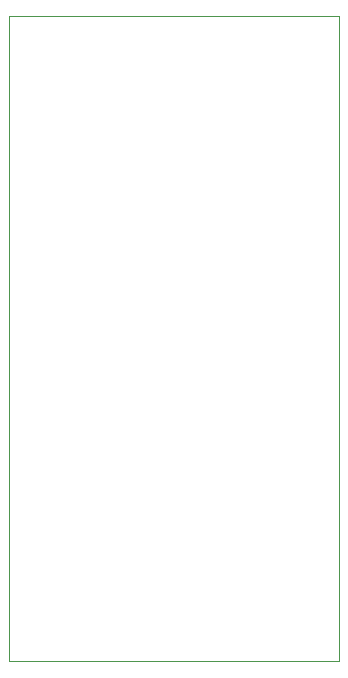
<source format=gbr>
%TF.GenerationSoftware,KiCad,Pcbnew,7.0.8*%
%TF.CreationDate,2023-10-09T16:54:37-07:00*%
%TF.ProjectId,decoder_head,6465636f-6465-4725-9f68-6561642e6b69,rev?*%
%TF.SameCoordinates,Original*%
%TF.FileFunction,Profile,NP*%
%FSLAX46Y46*%
G04 Gerber Fmt 4.6, Leading zero omitted, Abs format (unit mm)*
G04 Created by KiCad (PCBNEW 7.0.8) date 2023-10-09 16:54:37*
%MOMM*%
%LPD*%
G01*
G04 APERTURE LIST*
%TA.AperFunction,Profile*%
%ADD10C,0.100000*%
%TD*%
G04 APERTURE END LIST*
D10*
X50800000Y-80010000D02*
X78740000Y-80010000D01*
X78740000Y-134620000D01*
X50800000Y-134620000D01*
X50800000Y-80010000D01*
M02*

</source>
